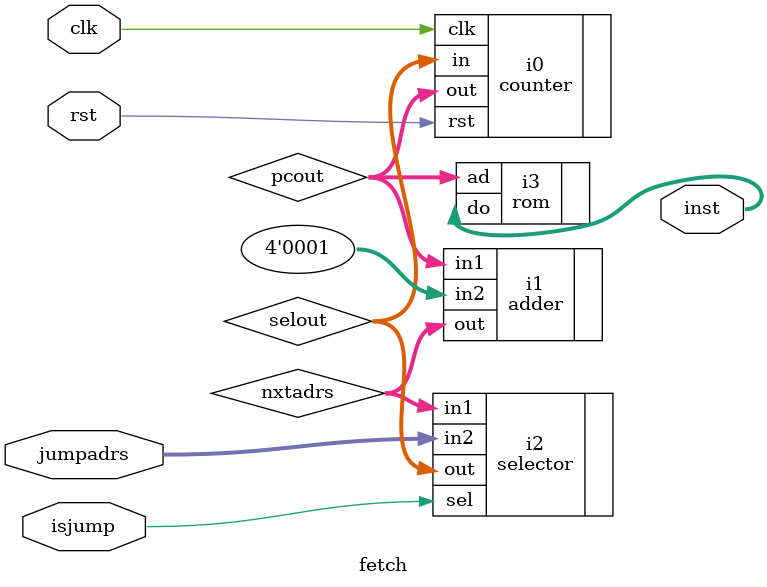
<source format=v>
`include "counter.v"
`include "rom.v"
`include "adder.v"
`include "select.v"

module fetch (rst, clk, jumpadrs, isjump, inst);
	input rst, clk, isjump;
    input[3:0] jumpadrs;
	output[7:0]inst;
	wire[3:0]pcout, nxtadrs, selout;

	counter i0 (.rst(rst), .clk(clk), .in(selout), .out(pcout));
	adder i1 (.in1(pcout), .in2(4'b0001), .out(nxtadrs));
    selector i2 (.in1(nxtadrs), .in2(jumpadrs), .sel(isjump), .out(selout));
	rom i3 (.ad(pcout), .do(inst));

endmodule
</source>
